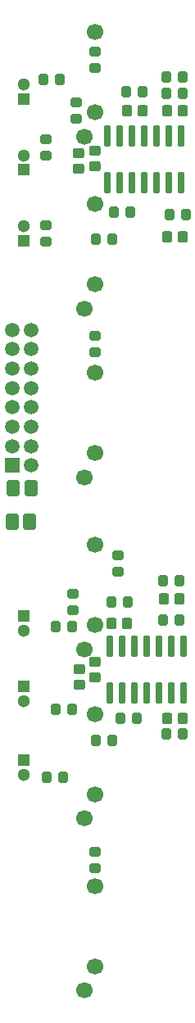
<source format=gbr>
G04 DipTrace 4.0.0.5*
G04 BottomMask.gbr*
%MOIN*%
G04 #@! TF.FileFunction,Soldermask,Bot*
G04 #@! TF.Part,Single*
%AMOUTLINE1*
4,1,28,
-0.009775,0.023031,
0.009775,0.023031,
0.012605,0.022659,
0.015363,0.021517,
0.017731,0.019699,
0.019548,0.017331,
0.02069,0.014574,
0.021063,0.011743,
0.021063,-0.011743,
0.02069,-0.014574,
0.019548,-0.017331,
0.017731,-0.019699,
0.015363,-0.021517,
0.012605,-0.022659,
0.009775,-0.023031,
-0.009775,-0.023031,
-0.012605,-0.022659,
-0.015363,-0.021517,
-0.017731,-0.019699,
-0.019548,-0.017331,
-0.02069,-0.014574,
-0.021063,-0.011743,
-0.021063,0.011743,
-0.02069,0.014574,
-0.019548,0.017331,
-0.017731,0.019699,
-0.015363,0.021517,
-0.012605,0.022659,
-0.009775,0.023031,
0*%
%AMOUTLINE4*
4,1,28,
0.009775,-0.023031,
-0.009775,-0.023031,
-0.012605,-0.022659,
-0.015363,-0.021517,
-0.017731,-0.019699,
-0.019548,-0.017331,
-0.02069,-0.014574,
-0.021063,-0.011743,
-0.021063,0.011743,
-0.02069,0.014574,
-0.019548,0.017331,
-0.017731,0.019699,
-0.015363,0.021517,
-0.012605,0.022659,
-0.009775,0.023031,
0.009775,0.023031,
0.012605,0.022659,
0.015363,0.021517,
0.017731,0.019699,
0.019548,0.017331,
0.02069,0.014574,
0.021063,0.011743,
0.021063,-0.011743,
0.02069,-0.014574,
0.019548,-0.017331,
0.017731,-0.019699,
0.015363,-0.021517,
0.012605,-0.022659,
0.009775,-0.023031,
0*%
%AMOUTLINE7*
4,1,28,
-0.023031,-0.009775,
-0.023031,0.009775,
-0.022659,0.012605,
-0.021517,0.015363,
-0.019699,0.017731,
-0.017331,0.019548,
-0.014574,0.02069,
-0.011743,0.021063,
0.011743,0.021063,
0.014574,0.02069,
0.017331,0.019548,
0.019699,0.017731,
0.021517,0.015363,
0.022659,0.012605,
0.023031,0.009775,
0.023031,-0.009775,
0.022659,-0.012605,
0.021517,-0.015363,
0.019699,-0.017731,
0.017331,-0.019548,
0.014574,-0.02069,
0.011743,-0.021063,
-0.011743,-0.021063,
-0.014574,-0.02069,
-0.017331,-0.019548,
-0.019699,-0.017731,
-0.021517,-0.015363,
-0.022659,-0.012605,
-0.023031,-0.009775,
0*%
%AMOUTLINE10*
4,1,28,
0.023031,0.009775,
0.023031,-0.009775,
0.022659,-0.012605,
0.021517,-0.015363,
0.019699,-0.017731,
0.017331,-0.019548,
0.014574,-0.02069,
0.011743,-0.021063,
-0.011743,-0.021063,
-0.014574,-0.02069,
-0.017331,-0.019548,
-0.019699,-0.017731,
-0.021517,-0.015363,
-0.022659,-0.012605,
-0.023031,-0.009775,
-0.023031,0.009775,
-0.022659,0.012605,
-0.021517,0.015363,
-0.019699,0.017731,
-0.017331,0.019548,
-0.014574,0.02069,
-0.011743,0.021063,
0.011743,0.021063,
0.014574,0.02069,
0.017331,0.019548,
0.019699,0.017731,
0.021517,0.015363,
0.022659,0.012605,
0.023031,0.009775,
0*%
%AMOUTLINE13*
4,1,28,
0.014105,-0.032874,
-0.014105,-0.032874,
-0.017038,-0.032488,
-0.01989,-0.031306,
-0.02234,-0.029427,
-0.02422,-0.026977,
-0.025401,-0.024124,
-0.025787,-0.021192,
-0.025787,0.021192,
-0.025401,0.024124,
-0.02422,0.026977,
-0.02234,0.029427,
-0.01989,0.031306,
-0.017038,0.032488,
-0.014105,0.032874,
0.014105,0.032874,
0.017038,0.032488,
0.01989,0.031306,
0.02234,0.029427,
0.02422,0.026977,
0.025401,0.024124,
0.025787,0.021192,
0.025787,-0.021192,
0.025401,-0.024124,
0.02422,-0.026977,
0.02234,-0.029427,
0.01989,-0.031306,
0.017038,-0.032488,
0.014105,-0.032874,
0*%
%AMOUTLINE16*
4,1,28,
-0.014105,0.032874,
0.014105,0.032874,
0.017038,0.032488,
0.01989,0.031306,
0.02234,0.029427,
0.02422,0.026977,
0.025401,0.024124,
0.025787,0.021192,
0.025787,-0.021192,
0.025401,-0.024124,
0.02422,-0.026977,
0.02234,-0.029427,
0.01989,-0.031306,
0.017038,-0.032488,
0.014105,-0.032874,
-0.014105,-0.032874,
-0.017038,-0.032488,
-0.01989,-0.031306,
-0.02234,-0.029427,
-0.02422,-0.026977,
-0.025401,-0.024124,
-0.025787,-0.021192,
-0.025787,0.021192,
-0.025401,0.024124,
-0.02422,0.026977,
-0.02234,0.029427,
-0.01989,0.031306,
-0.017038,0.032488,
-0.014105,0.032874,
0*%
%AMOUTLINE19*
4,1,28,
0.023031,0.008594,
0.023031,-0.008594,
0.022699,-0.011118,
0.021675,-0.013591,
0.020045,-0.015715,
0.017922,-0.017344,
0.015449,-0.018368,
0.012924,-0.018701,
-0.012924,-0.018701,
-0.015449,-0.018368,
-0.017922,-0.017344,
-0.020045,-0.015715,
-0.021675,-0.013591,
-0.022699,-0.011118,
-0.023031,-0.008594,
-0.023031,0.008594,
-0.022699,0.011118,
-0.021675,0.013591,
-0.020045,0.015715,
-0.017922,0.017344,
-0.015449,0.018368,
-0.012924,0.018701,
0.012924,0.018701,
0.015449,0.018368,
0.017922,0.017344,
0.020045,0.015715,
0.021675,0.013591,
0.022699,0.011118,
0.023031,0.008594,
0*%
%AMOUTLINE22*
4,1,28,
-0.023031,-0.008594,
-0.023031,0.008594,
-0.022699,0.011118,
-0.021675,0.013591,
-0.020045,0.015715,
-0.017922,0.017344,
-0.015449,0.018368,
-0.012924,0.018701,
0.012924,0.018701,
0.015449,0.018368,
0.017922,0.017344,
0.020045,0.015715,
0.021675,0.013591,
0.022699,0.011118,
0.023031,0.008594,
0.023031,-0.008594,
0.022699,-0.011118,
0.021675,-0.013591,
0.020045,-0.015715,
0.017922,-0.017344,
0.015449,-0.018368,
0.012924,-0.018701,
-0.012924,-0.018701,
-0.015449,-0.018368,
-0.017922,-0.017344,
-0.020045,-0.015715,
-0.021675,-0.013591,
-0.022699,-0.011118,
-0.023031,-0.008594,
0*%
%AMOUTLINE25*
4,1,28,
-0.008594,0.023031,
0.008594,0.023031,
0.011118,0.022699,
0.013591,0.021675,
0.015715,0.020045,
0.017344,0.017922,
0.018368,0.015449,
0.018701,0.012924,
0.018701,-0.012924,
0.018368,-0.015449,
0.017344,-0.017922,
0.015715,-0.020045,
0.013591,-0.021675,
0.011118,-0.022699,
0.008594,-0.023031,
-0.008594,-0.023031,
-0.011118,-0.022699,
-0.013591,-0.021675,
-0.015715,-0.020045,
-0.017344,-0.017922,
-0.018368,-0.015449,
-0.018701,-0.012924,
-0.018701,0.012924,
-0.018368,0.015449,
-0.017344,0.017922,
-0.015715,0.020045,
-0.013591,0.021675,
-0.011118,0.022699,
-0.008594,0.023031,
0*%
%AMOUTLINE28*
4,1,28,
0.008594,-0.023031,
-0.008594,-0.023031,
-0.011118,-0.022699,
-0.013591,-0.021675,
-0.015715,-0.020045,
-0.017344,-0.017922,
-0.018368,-0.015449,
-0.018701,-0.012924,
-0.018701,0.012924,
-0.018368,0.015449,
-0.017344,0.017922,
-0.015715,0.020045,
-0.013591,0.021675,
-0.011118,0.022699,
-0.008594,0.023031,
0.008594,0.023031,
0.011118,0.022699,
0.013591,0.021675,
0.015715,0.020045,
0.017344,0.017922,
0.018368,0.015449,
0.018701,0.012924,
0.018701,-0.012924,
0.018368,-0.015449,
0.017344,-0.017922,
0.015715,-0.020045,
0.013591,-0.021675,
0.011118,-0.022699,
0.008594,-0.023031,
0*%
%AMOUTLINE31*
4,1,28,
0.006232,-0.04311,
-0.00623,-0.04311,
-0.008246,-0.042845,
-0.010244,-0.042018,
-0.01196,-0.040701,
-0.013276,-0.038985,
-0.014104,-0.036987,
-0.014369,-0.034972,
-0.014371,0.034971,
-0.014106,0.036986,
-0.013278,0.038985,
-0.011961,0.0407,
-0.010246,0.042017,
-0.008248,0.042845,
-0.006232,0.04311,
0.00623,0.04311,
0.008246,0.042845,
0.010244,0.042018,
0.01196,0.040701,
0.013276,0.038985,
0.014104,0.036987,
0.014369,0.034972,
0.014371,-0.034971,
0.014106,-0.036986,
0.013278,-0.038985,
0.011961,-0.0407,
0.010246,-0.042017,
0.008248,-0.042845,
0.006232,-0.04311,
0*%
%AMOUTLINE34*
4,1,28,
-0.006232,0.04311,
0.00623,0.04311,
0.008246,0.042845,
0.010244,0.042018,
0.01196,0.040701,
0.013276,0.038985,
0.014104,0.036987,
0.014369,0.034972,
0.014371,-0.034971,
0.014106,-0.036986,
0.013278,-0.038985,
0.011961,-0.0407,
0.010246,-0.042017,
0.008248,-0.042845,
0.006232,-0.04311,
-0.00623,-0.04311,
-0.008246,-0.042845,
-0.010244,-0.042018,
-0.01196,-0.040701,
-0.013276,-0.038985,
-0.014104,-0.036987,
-0.014369,-0.034972,
-0.014371,0.034971,
-0.014106,0.036986,
-0.013278,0.038985,
-0.011961,0.0407,
-0.010246,0.042017,
-0.008248,0.042845,
-0.006232,0.04311,
0*%
%ADD22R,0.059055X0.059055*%
%ADD23C,0.059055*%
%ADD32C,0.066929*%
%ADD38R,0.051181X0.051181*%
%ADD40C,0.051181*%
%ADD44OUTLINE1*%
%ADD47OUTLINE4*%
%ADD50OUTLINE7*%
%ADD53OUTLINE10*%
%ADD56OUTLINE13*%
%ADD59OUTLINE16*%
%ADD62OUTLINE19*%
%ADD65OUTLINE22*%
%ADD68OUTLINE25*%
%ADD71OUTLINE28*%
%ADD74OUTLINE31*%
%ADD77OUTLINE34*%
%FSLAX26Y26*%
G04*
G70*
G90*
G75*
G01*
G04 BotMask*
%LPD*%
D44*
X975655Y4218701D3*
D47*
X912663D3*
X1075163Y3706200D3*
D44*
X1138155Y3706201D3*
D47*
X1062663Y2231201D3*
D44*
X1125655D3*
D40*
X494157Y4323228D3*
D38*
X494160Y4264173D3*
D40*
X494158Y3748228D3*
D38*
X494160Y3689173D3*
D40*
Y1814173D3*
D38*
X494159Y1873228D3*
D47*
X1075163Y4218701D3*
D44*
X1138155D3*
X913155Y2131201D3*
D47*
X850163D3*
X1075163Y1743700D3*
D44*
X1138155Y1743701D3*
D40*
X494157Y4035728D3*
D38*
X494160Y3976673D3*
D40*
Y2101673D3*
D38*
X494159Y2160728D3*
D40*
X494160Y1514173D3*
D38*
X494159Y1573228D3*
D50*
X719159Y1943946D3*
D53*
Y1880954D3*
X715166Y3980646D3*
D50*
Y4043638D3*
X781659Y1975197D3*
D53*
X781660Y1912205D3*
D50*
X781659Y4053693D3*
D53*
X781660Y3990701D3*
D56*
X446226Y2543701D3*
D59*
X517092D3*
D56*
X450460Y2682411D3*
D59*
X521326D3*
D22*
X444553Y2774370D3*
D23*
X523293D3*
X444553Y2853110D3*
X523293D3*
X444553Y2931850D3*
X523293D3*
X444553Y3010591D3*
X523293D3*
X444553Y3089331D3*
X523293D3*
X444553Y3168071D3*
X523293D3*
X444553Y3246811D3*
X523293D3*
X444553Y3325551D3*
X523293D3*
D32*
X781659Y4537402D3*
Y4210630D3*
X737910Y4112449D3*
X781659Y3837402D3*
Y3510630D3*
X737910Y3412449D3*
X781659Y3149902D3*
Y2823130D3*
X737910Y2724949D3*
X781659Y2449902D3*
Y2123130D3*
X737910Y2024949D3*
X781659Y1762402D3*
Y1435630D3*
X737910Y1337449D3*
X781659Y1062402D3*
Y735630D3*
X737910Y637449D3*
D62*
X706659Y4185433D3*
D65*
Y4251969D3*
D68*
X977427Y4293701D3*
D71*
X910892D3*
X860892Y3806201D3*
D68*
X927427D3*
D71*
X1085892Y3793700D3*
D68*
X1152427Y3793702D3*
X1127427Y2306202D3*
D71*
X1060892Y2306200D3*
Y2143701D3*
D68*
X1127427D3*
D71*
X573392Y4343701D3*
D68*
X639927D3*
D65*
X581659Y3751969D3*
D62*
X581660Y3685433D3*
D71*
X623392Y1781201D3*
D68*
X689927D3*
D65*
X781659Y4458219D3*
D62*
Y4391684D3*
Y3235433D3*
D65*
Y3301969D3*
D71*
X785892Y1656201D3*
D68*
X852427D3*
X1139927Y4356201D3*
D71*
X1073392D3*
Y4287451D3*
D68*
X1139927D3*
D62*
X694160Y2185433D3*
D65*
X694158Y2251969D3*
D68*
X914927Y2218701D3*
D71*
X848392D3*
X885892Y1743701D3*
D68*
X952427D3*
D71*
X1073392Y1681200D3*
D68*
X1139927Y1681202D3*
D62*
X581659Y4035433D3*
D65*
Y4101969D3*
D71*
X623392Y2118701D3*
D68*
X689927D3*
D71*
X585892Y1506201D3*
D68*
X652427D3*
D71*
X785892Y3693701D3*
D68*
X852427D3*
D65*
X875408Y2408219D3*
D62*
X875409Y2341684D3*
X781659Y1135433D3*
D65*
Y1201969D3*
D74*
X831657Y4113973D3*
X881657Y4113974D3*
X931657Y4113975D3*
X981657Y4113976D3*
X1031657Y4113978D3*
X1081657Y4113979D3*
X1131657Y4113980D3*
D77*
X1131661Y3923429D3*
X1081661Y3923427D3*
X1031661Y3923426D3*
X981661Y3923425D3*
X931661Y3923424D3*
X881661Y3923423D3*
X831661Y3923422D3*
D74*
X844159Y2038976D3*
X894159D3*
X944159D3*
X994159D3*
X1044159D3*
X1094159D3*
X1144159D3*
D77*
Y1848425D3*
X1094159D3*
X1044159D3*
X994159D3*
X944159D3*
X894159D3*
X844159D3*
M02*

</source>
